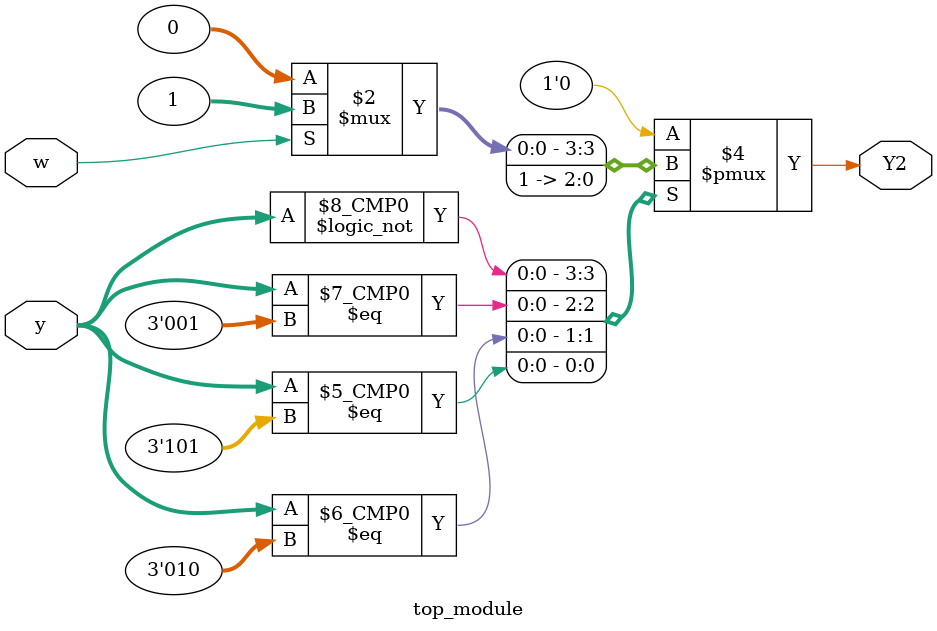
<source format=sv>
module top_module(
    input [3:1] y,
    input w,
    output reg Y2);

    always @(*) begin
        case (y)
            // Next state logic for Y2
            3'b000: Y2 = (w) ? 1 : 0;
            3'b001: Y2 = 1;
            3'b010: Y2 = 1;
            3'b011: Y2 = 0;
            3'b100: Y2 = 0;
            3'b101: Y2 = 1;
            default: Y2 = 0;
        endcase
    end

endmodule

</source>
